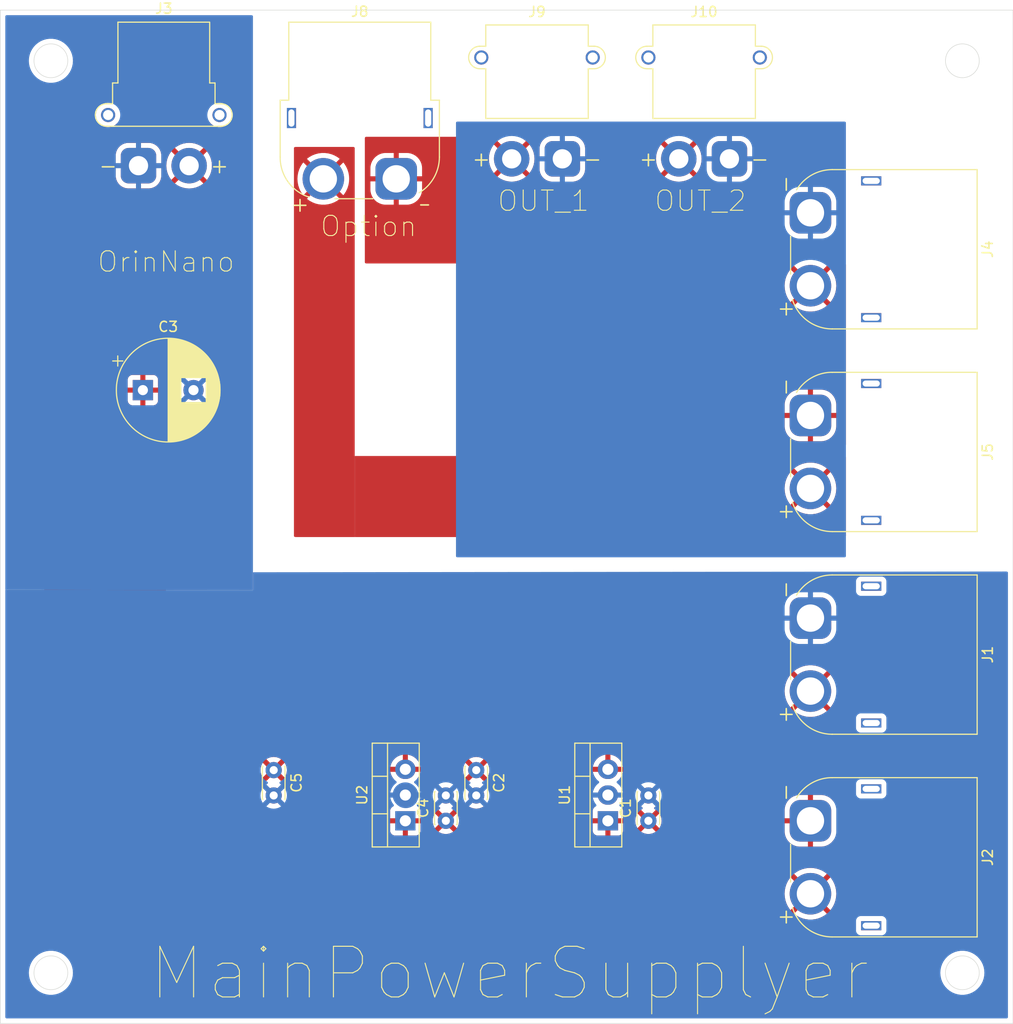
<source format=kicad_pcb>
(kicad_pcb (version 20240108) (generator "pcbnew") (generator_version "8.0")
  (layers (0 "F.Cu" signal) (31 "B.Cu" signal) (34 "B.Paste" user) (35 "F.Paste" user) (36 "B.SilkS" user "B.Silkscreen") (37 "F.SilkS" user "F.Silkscreen") (38 "B.Mask" user) (39 "F.Mask" user) (44 "Edge.Cuts" user))
  (net 0 "")
  (net 1 "GND")
  (net 2 "16V")
  (net 3 "12V")
  (net 4 "orin_batt_connect")
  (net 5 "orin in")
  (net 6 "OrinGND")
  (net 7 "motor_batt_connect")
  (net 8 "motor_high")
  (footprint "Connector_AMASS:AMASS_XT60PW-M_1x02_P7.20mm_Horizontal" (layer "F.Cu") (at 180 70 -90)
    (property "Reference" "J4" (at 3.6 -17.5 90) (layer "F.SilkS"))
    (property "Value" "BATT_3")
    (fp_line (start 2.31 1.96) (end 6.05 1.96) (stroke (width 0.12)) (layer "F.SilkS"))
    (fp_line (start -4.26 -16.46) (end -4.26 -2.15) (stroke (width 0.12)) (layer "F.SilkS"))
    (fp_line (start -4.26 -16.46) (end 11.46 -16.46) (stroke (width 0.12)) (layer "F.SilkS"))
    (fp_line (start 11.46 -16.46) (end 11.46 -2.15) (stroke (width 0.12)) (layer "F.SilkS"))
    (fp_arc (start -2.266806 1.372958) (mid -3.727162 -0.126139) (end -4.26 -2.15) (stroke (width 0.12)) (layer "F.SilkS"))
    (fp_arc (start 11.46 -2.15) (mid 10.653852 0.294722) (end 8.551648 1.780413) (stroke (width 0.12)) (layer "F.SilkS"))
    (fp_text user "+" (at 9.5 2.5 90) (layer "F.SilkS") (effects (font (size 1.5 1.5))))
    (fp_text user "-" (at -2.8 2.5 90) (layer "F.SilkS") (effects (font (size 1.5 1.5))))
    (pad "" thru_hole rect (at -3.15 -6 270) (size 0.9 2) (drill oval 0.6 1.7) (layers "*.Cu" "*.Mask"))
    (pad "" thru_hole rect (at 10.35 -6 270) (size 0.9 2) (drill oval 0.6 1.7) (layers "*.Cu" "*.Mask"))
    (pad "1" thru_hole roundrect (at 0 0 270) (size 4.1 4.1) (drill 2.7) (layers "*.Cu" "*.Mask") (net 1 "GND"))
    (pad "2" thru_hole circle (at 7.2 0 270) (size 4.1 4.1) (drill 2.7) (layers "*.Cu" "*.Mask") (net 7 "motor_batt_connect"))
  )
  (footprint "Connector_AMASS:AMASS_XT30PW-M_1x02_P2.50mm_Horizontal" (layer "F.Cu") (at 172 64.675)
    (property "Reference" "J10" (at -2.5 -14.5 0) (layer "F.SilkS"))
    (property "Value" "OUT_2")
    (fp_line (start -8.15 -11.11) (end -7.56 -11.11) (stroke (width 0.12)) (layer "F.SilkS"))
    (fp_line (start -8.15 -8.89) (end -7.56 -8.89) (stroke (width 0.12)) (layer "F.SilkS"))
    (fp_line (start -7.56 -13.21) (end -7.56 -11.11) (stroke (width 0.12)) (layer "F.SilkS"))
    (fp_line (start -7.56 -13.21) (end 2.56 -13.21) (stroke (width 0.12)) (layer "F.SilkS"))
    (fp_line (start -7.56 -8.89) (end -7.56 -3.99) (stroke (width 0.12)) (layer "F.SilkS"))
    (fp_line (start -7.56 -3.99) (end 2.56 -3.99) (stroke (width 0.12)) (layer "F.SilkS"))
    (fp_line (start 2.56 -13.21) (end 2.56 -11.11) (stroke (width 0.12)) (layer "F.SilkS"))
    (fp_line (start 2.56 -11.11) (end 3.15 -11.11) (stroke (width 0.12)) (layer "F.SilkS"))
    (fp_line (start 2.56 -8.89) (end 2.56 -3.99) (stroke (width 0.12)) (layer "F.SilkS"))
    (fp_line (start 2.56 -8.89) (end 3.15 -8.89) (stroke (width 0.12)) (layer "F.SilkS"))
    (fp_arc (start -8.15 -8.89) (mid -9.26 -10) (end -8.15 -11.11) (stroke (width 0.12)) (layer "F.SilkS"))
    (fp_arc (start 3.15 -11.11) (mid 4.26 -10) (end 3.15 -8.89) (stroke (width 0.12)) (layer "F.SilkS"))
    (fp_text user "+" (at -8 0 0) (layer "F.SilkS") (effects (font (size 1.5 1.5))))
    (fp_text user "-" (at 3 0 0) (layer "F.SilkS") (effects (font (size 1.5 1.5))))
    (pad "" thru_hole circle (at -8 -10) (size 1.4 1.4) (drill 1) (layers "*.Cu" "*.Mask"))
    (pad "" thru_hole circle (at 3 -10) (size 1.4 1.4) (drill 1) (layers "*.Cu" "*.Mask"))
    (pad "1" thru_hole roundrect (at 0 0) (size 3.5 3.5) (drill 1.9) (layers "*.Cu" "*.Mask") (roundrect_rratio 0.22) (net 1 "GND"))
    (pad "2" thru_hole circle (at -5 0) (size 3.5 3.5) (drill 1.9) (layers "*.Cu" "*.Mask") (net 8 "motor_high"))
  )
  (footprint "Connector_AMASS:AMASS_XT60PW-M_1x02_P7.20mm_Horizontal" (layer "F.Cu") (at 180 110 -90)
    (property "Reference" "J1" (at 3.6 -17.5 90) (layer "F.SilkS"))
    (property "Value" "BATT_1")
    (fp_line (start 2.31 1.96) (end 6.05 1.96) (stroke (width 0.12)) (layer "F.SilkS"))
    (fp_line (start -4.26 -16.46) (end -4.26 -2.15) (stroke (width 0.12)) (layer "F.SilkS"))
    (fp_line (start -4.26 -16.46) (end 11.46 -16.46) (stroke (width 0.12)) (layer "F.SilkS"))
    (fp_line (start 11.46 -16.46) (end 11.46 -2.15) (stroke (width 0.12)) (layer "F.SilkS"))
    (fp_arc (start -2.266806 1.372958) (mid -3.727162 -0.126139) (end -4.26 -2.15) (stroke (width 0.12)) (layer "F.SilkS"))
    (fp_arc (start 11.46 -2.15) (mid 10.653852 0.294722) (end 8.551648 1.780413) (stroke (width 0.12)) (layer "F.SilkS"))
    (fp_text user "-" (at -2.8 2.5 90) (layer "F.SilkS") (effects (font (size 1.5 1.5))))
    (fp_text user "+" (at 9.5 2.5 90) (layer "F.SilkS") (effects (font (size 1.5 1.5))))
    (pad "" thru_hole rect (at -3.15 -6 270) (size 0.9 2) (drill oval 0.6 1.7) (layers "*.Cu" "*.Mask"))
    (pad "" thru_hole rect (at 10.35 -6 270) (size 0.9 2) (drill oval 0.6 1.7) (layers "*.Cu" "*.Mask"))
    (pad "1" thru_hole roundrect (at 0 0 270) (size 4.1 4.1) (drill 2.7) (layers "*.Cu" "*.Mask") (net 6 "OrinGND"))
    (pad "2" thru_hole circle (at 7.2 0 270) (size 4.1 4.1) (drill 2.7) (layers "*.Cu" "*.Mask") (net 4 "orin_batt_connect"))
  )
  (footprint "Capacitor_THT:CP_Radial_D10.0mm_P5.00mm" (layer "F.Cu") (at 114.082323 87.5)
    (property "Reference" "C3" (at 2.5 -6.25 0) (layer "F.SilkS"))
    (property "Value" "1000uF25V")
    (fp_line (start -2.979646 -2.875) (end -1.979646 -2.875) (stroke (width 0.12)) (layer "F.SilkS"))
    (fp_line (start -2.479646 -3.375) (end -2.479646 -2.375) (stroke (width 0.12)) (layer "F.SilkS"))
    (fp_line (start 2.5 -5.08) (end 2.5 5.08) (stroke (width 0.12)) (layer "F.SilkS"))
    (fp_line (start 2.54 -5.08) (end 2.54 5.08) (stroke (width 0.12)) (layer "F.SilkS"))
    (fp_line (start 2.58 -5.08) (end 2.58 5.08) (stroke (width 0.12)) (layer "F.SilkS"))
    (fp_line (start 2.62 -5.079) (end 2.62 5.079) (stroke (width 0.12)) (layer "F.SilkS"))
    (fp_line (start 2.66 -5.078) (end 2.66 5.078) (stroke (width 0.12)) (layer "F.SilkS"))
    (fp_line (start 2.7 -5.077) (end 2.7 5.077) (stroke (width 0.12)) (layer "F.SilkS"))
    (fp_line (start 2.74 -5.075) (end 2.74 5.075) (stroke (width 0.12)) (layer "F.SilkS"))
    (fp_line (start 2.78 -5.073) (end 2.78 5.073) (stroke (width 0.12)) (layer "F.SilkS"))
    (fp_line (start 2.82 -5.07) (end 2.82 5.07) (stroke (width 0.12)) (layer "F.SilkS"))
    (fp_line (start 2.86 -5.068) (end 2.86 5.068) (stroke (width 0.12)) (layer "F.SilkS"))
    (fp_line (start 2.9 -5.065) (end 2.9 5.065) (stroke (width 0.12)) (layer "F.SilkS"))
    (fp_line (start 2.94 -5.062) (end 2.94 5.062) (stroke (width 0.12)) (layer "F.SilkS"))
    (fp_line (start 2.98 -5.058) (end 2.98 5.058) (stroke (width 0.12)) (layer "F.SilkS"))
    (fp_line (start 3.02 -5.054) (end 3.02 5.054) (stroke (width 0.12)) (layer "F.SilkS"))
    (fp_line (start 3.06 -5.05) (end 3.06 5.05) (stroke (width 0.12)) (layer "F.SilkS"))
    (fp_line (start 3.1 -5.045) (end 3.1 5.045) (stroke (width 0.12)) (layer "F.SilkS"))
    (fp_line (start 3.14 -5.04) (end 3.14 5.04) (stroke (width 0.12)) (layer "F.SilkS"))
    (fp_line (start 3.18 -5.035) (end 3.18 5.035) (stroke (width 0.12)) (layer "F.SilkS"))
    (fp_line (start 3.221 -5.03) (end 3.221 5.03) (stroke (width 0.12)) (layer "F.SilkS"))
    (fp_line (start 3.261 -5.024) (end 3.261 5.024) (stroke (width 0.12)) (layer "F.SilkS"))
    (fp_line (start 3.301 -5.018) (end 3.301 5.018) (stroke (width 0.12)) (layer "F.SilkS"))
    (fp_line (start 3.341 -5.011) (end 3.341 5.011) (stroke (width 0.12)) (layer "F.SilkS"))
    (fp_line (start 3.381 -5.004) (end 3.381 5.004) (stroke (width 0.12)) (layer "F.SilkS"))
    (fp_line (start 3.421 -4.997) (end 3.421 4.997) (stroke (width 0.12)) (layer "F.SilkS"))
    (fp_line (start 3.461 -4.99) (end 3.461 4.99) (stroke (width 0.12)) (layer "F.SilkS"))
    (fp_line (start 3.501 -4.982) (end 3.501 4.982) (stroke (width 0.12)) (layer "F.SilkS"))
    (fp_line (start 3.541 -4.974) (end 3.541 4.974) (stroke (width 0.12)) (layer "F.SilkS"))
    (fp_line (start 3.581 -4.965) (end 3.581 4.965) (stroke (width 0.12)) (layer "F.SilkS"))
    (fp_line (start 3.621 -4.956) (end 3.621 4.956) (stroke (width 0.12)) (layer "F.SilkS"))
    (fp_line (start 3.661 -4.947) (end 3.661 4.947) (stroke (width 0.12)) (layer "F.SilkS"))
    (fp_line (start 3.701 -4.938) (end 3.701 4.938) (stroke (width 0.12)) (layer "F.SilkS"))
    (fp_line (start 3.741 -4.928) (end 3.741 4.928) (stroke (width 0.12)) (layer "F.SilkS"))
    (fp_line (start 3.781 -4.918) (end 3.781 -1.241) (stroke (width 0.12)) (layer "F.SilkS"))
    (fp_line (start 3.781 1.241) (end 3.781 4.918) (stroke (width 0.12)) (layer "F.SilkS"))
    (fp_line (start 3.821 -4.907) (end 3.821 -1.241) (stroke (width 0.12)) (layer "F.SilkS"))
    (fp_line (start 3.821 1.241) (end 3.821 4.907) (stroke (width 0.12)) (layer "F.SilkS"))
    (fp_line (start 3.861 -4.897) (end 3.861 -1.241) (stroke (width 0.12)) (layer "F.SilkS"))
    (fp_line (start 3.861 1.241) (end 3.861 4.897) (stroke (width 0.12)) (layer "F.SilkS"))
    (fp_line (start 3.901 -4.885) (end 3.901 -1.241) (stroke (width 0.12)) (layer "F.SilkS"))
    (fp_line (start 3.901 1.241) (end 3.901 4.885) (stroke (width 0.12)) (layer "F.SilkS"))
    (fp_line (start 3.941 -4.874) (end 3.941 -1.241) (stroke (width 0.12)) (layer "F.SilkS"))
    (fp_line (start 3.941 1.241) (end 3.941 4.874) (stroke (width 0.12)) (layer "F.SilkS"))
    (fp_line (start 3.981 -4.862) (end 3.981 -1.241) (stroke (width 0.12)) (layer "F.SilkS"))
    (fp_line (start 3.981 1.241) (end 3.981 4.862) (stroke (width 0.12)) (layer "F.SilkS"))
    (fp_line (start 4.021 -4.85) (end 4.021 -1.241) (stroke (width 0.12)) (layer "F.SilkS"))
    (fp_line (start 4.021 1.241) (end 4.021 4.85) (stroke (width 0.12)) (layer "F.SilkS"))
    (fp_line (start 4.061 -4.837) (end 4.061 -1.241) (stroke (width 0.12)) (layer "F.SilkS"))
    (fp_line (start 4.061 1.241) (end 4.061 4.837) (stroke (width 0.12)) (layer "F.SilkS"))
    (fp_line (start 4.101 -4.824) (end 4.101 -1.241) (stroke (width 0.12)) (layer "F.SilkS"))
    (fp_line (start 4.101 1.241) (end 4.101 4.824) (stroke (width 0.12)) (layer "F.SilkS"))
    (fp_line (start 4.141 -4.811) (end 4.141 -1.241) (stroke (width 0.12)) (layer "F.SilkS"))
    (fp_line (start 4.141 1.241) (end 4.141 4.811) (stroke (width 0.12)) (layer "F.SilkS"))
    (fp_line (start 4.181 -4.797) (end 4.181 -1.241) (stroke (width 0.12)) (layer "F.SilkS"))
    (fp_line (start 4.181 1.241) (end 4.181 4.797) (stroke (width 0.12)) (layer "F.SilkS"))
    (fp_line (start 4.221 -4.783) (end 4.221 -1.241) (stroke (width 0.12)) (layer "F.SilkS"))
    (fp_line (start 4.221 1.241) (end 4.221 4.783) (stroke (width 0.12)) (layer "F.SilkS"))
    (fp_line (start 4.261 -4.768) (end 4.261 -1.241) (stroke (width 0.12)) (layer "F.SilkS"))
    (fp_line (start 4.261 1.241) (end 4.261 4.768) (stroke (width 0.12)) (layer "F.SilkS"))
    (fp_line (start 4.301 -4.754) (end 4.301 -1.241) (stroke (width 0.12)) (layer "F.SilkS"))
    (fp_line (start 4.301 1.241) (end 4.301 4.754) (stroke (width 0.12)) (layer "F.SilkS"))
    (fp_line (start 4.341 -4.738) (end 4.341 -1.241) (stroke (width 0.12)) (layer "F.SilkS"))
    (fp_line (start 4.341 1.241) (end 4.341 4.738) (stroke (width 0.12)) (layer "F.SilkS"))
    (fp_line (start 4.381 -4.723) (end 4.381 -1.241) (stroke (width 0.12)) (layer "F.SilkS"))
    (fp_line (start 4.381 1.241) (end 4.381 4.723) (stroke (width 0.12)) (layer "F.SilkS"))
    (fp_line (start 4.421 -4.707) (end 4.421 -1.241) (stroke (width 0.12)) (layer "F.SilkS"))
    (fp_line (start 4.421 1.241) (end 4.421 4.707) (stroke (width 0.12)) (layer "F.SilkS"))
    (fp_line (start 4.461 -4.69) (end 4.461 -1.241) (stroke (width 0.12)) (layer "F.SilkS"))
    (fp_line (start 4.461 1.241) (end 4.461 4.69) (stroke (width 0.12)) (layer "F.SilkS"))
    (fp_line (start 4.501 -4.674) (end 4.501 -1.241) (stroke (width 0.12)) (layer "F.SilkS"))
    (fp_line (start 4.501 1.241) (end 4.501 4.674) (stroke (width 0.12)) (layer "F.SilkS"))
    (fp_line (start 4.541 -4.657) (end 4.541 -1.241) (stroke (width 0.12)) (layer "F.SilkS"))
    (fp_line (start 4.541 1.241) (end 4.541 4.657) (stroke (width 0.12)) (layer "F.SilkS"))
    (fp_line (start 4.581 -4.639) (end 4.581 -1.241) (stroke (width 0.12)) (layer "F.SilkS"))
    (fp_line (start 4.581 1.241) (end 4.581 4.639) (stroke (width 0.12)) (layer "F.SilkS"))
    (fp_line (start 4.621 -4.621) (end 4.621 -1.241) (stroke (width 0.12)) (layer "F.SilkS"))
    (fp_line (start 4.621 1.241) (end 4.621 4.621) (stroke (width 0.12)) (layer "F.SilkS"))
    (fp_line (start 4.661 -4.603) (end 4.661 -1.241) (stroke (width 0.12)) (layer "F.SilkS"))
    (fp_line (start 4.661 1.241) (end 4.661 4.603) (stroke (width 0.12)) (layer "F.SilkS"))
    (fp_line (start 4.701 -4.584) (end 4.701 -1.241) (stroke (width 0.12)) (layer "F.SilkS"))
    (fp_line (start 4.701 1.241) (end 4.701 4.584) (stroke (width 0.12)) (layer "F.SilkS"))
    (fp_line (start 4.741 -4.564) (end 4.741 -1.241) (stroke (width 0.12)) (layer "F.SilkS"))
    (fp_line (start 4.741 1.241) (end 4.741 4.564) (stroke (width 0.12)) (layer "F.SilkS"))
    (fp_line (start 4.781 -4.545) (end 4.781 -1.241) (stroke (width 0.12)) (layer "F.SilkS"))
    (fp_line (start 4.781 1.241) (end 4.781 4.545) (stroke (width 0.12)) (layer "F.SilkS"))
    (fp_line (start 4.821 -4.525) (end 4.821 -1.241) (stroke (width 0.12)) (layer "F.SilkS"))
    (fp_line (start 4.821 1.241) (end 4.821 4.525) (stroke (width 0.12)) (layer "F.SilkS"))
    (fp_line (start 4.861 -4.504) (end 4.861 -1.241) (stroke (width 0.12)) (layer "F.SilkS"))
    (fp_line (start 4.861 1.241) (end 4.861 4.504) (stroke (width 0.12)) (layer "F.SilkS"))
    (fp_line (start 4.901 -4.483) (end 4.901 -1.241) (stroke (width 0.12)) (layer "F.SilkS"))
    (fp_line (start 4.901 1.241) (end 4.901 4.483) (stroke (width 0.12)) (layer "F.SilkS"))
    (fp_line (start 4.941 -4.462) (end 4.941 -1.241) (stroke (width 0.12)) (layer "F.SilkS"))
    (fp_line (start 4.941 1.241) (end 4.941 4.462) (stroke (width 0.12)) (layer "F.SilkS"))
    (fp_line (start 4.981 -4.44) (end 4.981 -1.241) (stroke (width 0.12)) (layer "F.SilkS"))
    (fp_line (start 4.981 1.241) (end 4.981 4.44) (stroke (width 0.12)) (layer "F.SilkS"))
    (fp_line (start 5.021 -4.417) (end 5.021 -1.241) (stroke (width 0.12)) (layer "F.SilkS"))
    (fp_line (start 5.021 1.241) (end 5.021 4.417) (stroke (width 0.12)) (layer "F.SilkS"))
    (fp_line (start 5.061 -4.395) (end 5.061 -1.241) (stroke (width 0.12)) (layer "F.SilkS"))
    (fp_line (start 5.061 1.241) (end 5.061 4.395) (stroke (width 0.12)) (layer "F.SilkS"))
    (fp_line (start 5.101 -4.371) (end 5.101 -1.241) (stroke (width 0.12)) (layer "F.SilkS"))
    (fp_line (start 5.101 1.241) (end 5.101 4.371) (stroke (width 0.12)) (layer "F.SilkS"))
    (fp_line (start 5.141 -4.347) (end 5.141 -1.241) (stroke (width 0.12)) (layer "F.SilkS"))
    (fp_line (start 5.141 1.241) (end 5.141 4.347) (stroke (width 0.12)) (layer "F.SilkS"))
    (fp_line (start 5.181 -4.323) (end 5.181 -1.241) (stroke (width 0.12)) (layer "F.SilkS"))
    (fp_line (start 5.181 1.241) (end 5.181 4.323) (stroke (width 0.12)) (layer "F.SilkS"))
    (fp_line (start 5.221 -4.298) (end 5.221 -1.241) (stroke (width 0.12)) (layer "F.SilkS"))
    (fp_line (start 5.221 1.241) (end 5.221 4.298) (stroke (width 0.12)) (layer "F.SilkS"))
    (fp_line (start 5.261 -4.273) (end 5.261 -1.241) (stroke (width 0.12)) (layer "F.SilkS"))
    (fp_line (start 5.261 1.241) (end 5.261 4.273) (stroke (width 0.12)) (layer "F.SilkS"))
    (fp_line (start 5.301 -4.247) (end 5.301 -1.241) (stroke (width 0.12)) (layer "F.SilkS"))
    (fp_line (start 5.301 1.241) (end 5.301 4.247) (stroke (width 0.12)) (layer "F.SilkS"))
    (fp_line (start 5.341 -4.221) (end 5.341 -1.241) (stroke (width 0.12)) (layer "F.SilkS"))
    (fp_line (start 5.341 1.241) (end 5.341 4.221) (stroke (width 0.12)) (layer "F.SilkS"))
    (fp_line (start 5.381 -4.194) (end 5.381 -1.241) (stroke (width 0.12)) (layer "F.SilkS"))
    (fp_line (start 5.381 1.241) (end 5.381 4.194) (stroke (width 0.12)) (layer "F.SilkS"))
    (fp_line (start 5.421 -4.166) (end 5.421 -1.241) (stroke (width 0.12)) (layer "F.SilkS"))
    (fp_line (start 5.421 1.241) (end 5.421 4.166) (stroke (width 0.12)) (layer "F.SilkS"))
    (fp_line (start 5.461 -4.138) (end 5.461 -1.241) (stroke (width 0.12)) (layer "F.SilkS"))
    (fp_line (start 5.461 1.241) (end 5.461 4.138) (stroke (width 0.12)) (layer "F.SilkS"))
    (fp_line (start 5.501 -4.11) (end 5.501 -1.241) (stroke (width 0.12)) (layer "F.SilkS"))
    (fp_line (start 5.501 1.241) (end 5.501 4.11) (stroke (width 0.12)) (layer "F.SilkS"))
    (fp_line (start 5.541 -4.08) (end 5.541 -1.241) (stroke (width 0.12)) (layer "F.SilkS"))
    (fp_line (start 5.541 1.241) (end 5.541 4.08) (stroke (width 0.12)) (layer "F.SilkS"))
    (fp_line (start 5.581 -4.05) (end 5.581 -1.241) (stroke (width 0.12)) (layer "F.SilkS"))
    (fp_line (start 5.581 1.241) (end 5.581 4.05) (stroke (width 0.12)) (layer "F.SilkS"))
    (fp_line (start 5.621 -4.02) (end 5.621 -1.241) (stroke (width 0.12)) (layer "F.SilkS"))
    (fp_line (start 5.621 1.241) (end 5.621 4.02) (stroke (width 0.12)) (layer "F.SilkS"))
    (fp_line (start 5.661 -3.989) (end 5.661 -1.241) (stroke (width 0.12)) (layer "F.SilkS"))
    (fp_line (start 5.661 1.241) (end 5.661 3.989) (stroke (width 0.12)) (layer "F.SilkS"))
    (fp_line (start 5.701 -3.957) (end 5.701 -1.241) (stroke (width 0.12)) (layer "F.SilkS"))
    (fp_line (start 5.701 1.241) (end 5.701 3.957) (stroke (width 0.12)) (layer "F.SilkS"))
    (fp_line (start 5.741 -3.925) (end 5.741 -1.241) (stroke (width 0.12)) (layer "F.SilkS"))
    (fp_line (start 5.741 1.241) (end 5.741 3.925) (stroke (width 0.12)) (layer "F.SilkS"))
    (fp_line (start 5.781 -3.892) (end 5.781 -1.241) (stroke (width 0.12)) (layer "F.SilkS"))
    (fp_line (start 5.781 1.241) (end 5.781 3.892) (stroke (width 0.12)) (layer "F.SilkS"))
    (fp_line (start 5.821 -3.858) (end 5.821 -1.241) (stroke (width 0.12)) (layer "F.SilkS"))
    (fp_line (start 5.821 1.241) (end 5.821 3.858) (stroke (width 0.12)) (layer "F.SilkS"))
    (fp_line (start 5.861 -3.824) (end 5.861 -1.241) (stroke (width 0.12)) (layer "F.SilkS"))
    (fp_line (start 5.861 1.241) (end 5.861 3.824) (stroke (width 0.12)) (layer "F.SilkS"))
    (fp_line (start 5.901 -3.789) (end 5.901 -1.241) (stroke (width 0.12)) (layer "F.SilkS"))
    (fp_line (start 5.901 1.241) (end 5.901 3.789) (stroke (width 0.12)) (layer "F.SilkS"))
    (fp_line (start 5.941 -3.753) (end 5.941 -1.241) (stroke (width 0.12)) (layer "F.SilkS"))
    (fp_line (start 5.941 1.241) (end 5.941 3.753) (stroke (width 0.12)) (layer "F.SilkS"))
    (fp_line (start 5.981 -3.716) (end 5.981 -1.241) (stroke (width 0.12)) (layer "F.SilkS"))
    (fp_line (start 5.981 1.241) (end 5.981 3.716) (stroke (width 0.12)) (layer "F.SilkS"))
    (fp_line (start 6.021 -3.679) (end 6.021 -1.241) (stroke (width 0.12)) (layer "F.SilkS"))
    (fp_line (start 6.021 1.241) (end 6.021 3.679) (stroke (width 0.12)) (layer "F.SilkS"))
    (fp_line (start 6.061 -3.64) (end 6.061 -1.241) (stroke (width 0.12)) (layer "F.SilkS"))
    (fp_line (start 6.061 1.241) (end 6.061 3.64) (stroke (width 0.12)) (layer "F.SilkS"))
    (fp_line (start 6.101 -3.601) (end 6.101 -1.241) (stroke (width 0.12)) (layer "F.SilkS"))
    (fp_line (start 6.101 1.241) (end 6.101 3.601) (stroke (width 0.12)) (layer "F.SilkS"))
    (fp_line (start 6.141 -3.561) (end 6.141 -1.241) (stroke (width 0.12)) (layer "F.SilkS"))
    (fp_line (start 6.141 1.241) (end 6.141 3.561) (stroke (width 0.12)) (layer "F.SilkS"))
    (fp_line (start 6.181 -3.52) (end 6.181 -1.241) (stroke (width 0.12)) (layer "F.SilkS"))
    (fp_line (start 6.181 1.241) (end 6.181 3.52) (stroke (width 0.12)) (layer "F.SilkS"))
    (fp_line (start 6.221 -3.478) (end 6.221 -1.241) (stroke (width 0.12)) (layer "F.SilkS"))
    (fp_line (start 6.221 1.241) (end 6.221 3.478) (stroke (width 0.12)) (layer "F.SilkS"))
    (fp_line (start 6.261 -3.436) (end 6.261 3.436) (stroke (width 0.12)) (layer "F.SilkS"))
    (fp_line (start 6.301 -3.392) (end 6.301 3.392) (stroke (width 0.12)) (layer "F.SilkS"))
    (fp_line (start 6.341 -3.347) (end 6.341 3.347) (stroke (width 0.12)) (layer "F.SilkS"))
    (fp_line (start 6.381 -3.301) (end 6.381 3.301) (stroke (width 0.12)) (layer "F.SilkS"))
    (fp_line (start 6.421 -3.254) (end 6.421 3.254) (stroke (width 0.12)) (layer "F.SilkS"))
    (fp_line (start 6.461 -3.206) (end 6.461 3.206) (stroke (width 0.12)) (layer "F.SilkS"))
    (fp_line (start 6.501 -3.156) (end 6.501 3.156) (stroke (width 0.12)) (layer "F.SilkS"))
    (fp_line (start 6.541 -3.106) (end 6.541 3.106) (stroke (width 0.12)) (layer "F.SilkS"))
    (fp_line (start 6.581 -3.054) (end 6.581 3.054) (stroke (width 0.12)) (layer "F.SilkS"))
    (fp_line (start 6.621 -3) (end 6.621 3) (stroke (width 0.12)) (layer "F.SilkS"))
    (fp_line (start 6.661 -2.945) (end 6.661 2.945) (stroke (width 0.12)) (layer "F.SilkS"))
    (fp_line (start 6.701 -2.889) (end 6.701 2.889) (stroke (width 0.12)) (layer "F.SilkS"))
    (fp_line (start 6.741 -2.83) (end 6.741 2.83) (stroke (width 0.12)) (layer "F.SilkS"))
    (fp_line (start 6.781 -2.77) (end 6.781 2.77) (stroke (width 0.12)) (layer "F.SilkS"))
    (fp_line (start 6.821 -2.709) (end 6.821 2.709) (stroke (width 0.12)) (layer "F.SilkS"))
    (fp_line (start 6.861 -2.645) (end 6.861 2.645) (stroke (width 0.12)) (layer "F.SilkS"))
    (fp_line (start 6.901 -2.579) (end 6.901 2.579) (stroke (width 0.12)) (layer "F.SilkS"))
    (fp_line (start 6.941 -2.51) (end 6.941 2.51) (stroke (width 0.12)) (layer "F.SilkS"))
    (fp_line (start 6.981 -2.439) (end 6.981 2.439) (stroke (width 0.12)) (layer "F.SilkS"))
    (fp_line (start 7.021 -2.365) (end 7.021 2.365) (stroke (width 0.12)) (layer "F.SilkS"))
    (fp_line (start 7.061 -2.289) (end 7.061 2.289) (stroke (width 0.12)) (layer "F.SilkS"))
    (fp_line (start 7.101 -2.209) (end 7.101 2.209) (stroke (width 0.12)) (layer "F.SilkS"))
    (fp_line (start 7.141 -2.125) (end 7.141 2.125) (stroke (width 0.12)) (layer "F.SilkS"))
    (fp_line (start 7.181 -2.037) (end 7.181 2.037) (stroke (width 0.12)) (layer "F.SilkS"))
    (fp_line (start 7.221 -1.944) (end 7.221 1.944) (stroke (width 0.12)) (layer "F.SilkS"))
    (fp_line (start 7.261 -1.846) (end 7.261 1.846) (stroke (width 0.12)) (layer "F.SilkS"))
    (fp_line (start 7.301 -1.742) (end 7.301 1.742) (stroke (width 0.12)) (layer "F.SilkS"))
    (fp_line (start 7.341 -1.63) (end 7.341 1.63) (stroke (width 0.12)) (layer "F.SilkS"))
    (fp_line (start 7.381 -1.51) (end 7.381 1.51) (stroke (width 0.12)) (layer "F.SilkS"))
    (fp_line (start 7.421 -1.378) (end 7.421 1.378) (stroke (width 0.12)) (layer "F.SilkS"))
    (fp_line (start 7.461 -1.23) (end 7.461 1.23) (stroke (width 0.12)) (layer "F.SilkS"))
    (fp_line (start 7.501 -1.062) (end 7.501 1.062) (stroke (width 0.12)) (layer "F.SilkS"))
    (fp_line (start 7.541 -0.862) (end 7.541 0.862) (stroke (width 0.12)) (layer "F.SilkS"))
    (fp_line (start 7.581 -0.599) (end 7.581 0.599) (stroke (width 0.12)) (layer "F.SilkS"))
    (fp_circle (center 2.5 0) (end 7.62 0) (stroke (width 0.12)) (fill none) (layer "F.SilkS"))
    (pad "1" thru_hole rect (at 0 0) (size 2 2) (drill 1) (layers "*.Cu" "*.Mask") (net 3 "12V"))
    (pad "2" thru_hole circle (at 5 0) (size 2 2) (drill 1) (layers "*.Cu" "*.Mask") (net 6 "OrinGND"))
  )
  (footprint "Connector_AMASS:AMASS_XT60PW-F_1x02_P7.20mm_Horizontal" (layer "F.Cu") (at 139.1 66.65)
    (property "Reference" "J8" (at -3.6 -16.5 0) (layer "F.SilkS"))
    (property "Value" "Emergency")
    (fp_line (start -11.46 -7.76) (end -11.46 -2.15) (stroke (width 0.12)) (layer "F.SilkS"))
    (fp_line (start -11.46 -7.76) (end -10.61 -7.76) (stroke (width 0.12)) (layer "F.SilkS"))
    (fp_line (start -10.61 -15.46) (end -10.61 -7.76) (stroke (width 0.12)) (layer "F.SilkS"))
    (fp_line (start -10.61 -15.46) (end 3.41 -15.46) (stroke (width 0.12)) (layer "F.SilkS"))
    (fp_line (start -6.05 1.96) (end -2.31 1.96) (stroke (width 0.12)) (layer "F.SilkS"))
    (fp_line (start 3.41 -15.46) (end 3.41 -7.76) (stroke (width 0.12)) (layer "F.SilkS"))
    (fp_line (start 3.41 -7.76) (end 4.26 -7.76) (stroke (width 0.12)) (layer "F.SilkS"))
    (fp_line (start 4.26 -7.76) (end 4.26 -2.15) (stroke (width 0.12)) (layer "F.SilkS"))
    (fp_arc (start -8.5899 1.808718) (mid -10.677645 0.302568) (end -11.46 -2.15) (stroke (width 0.12)) (layer "F.SilkS"))
    (fp_arc (start 4.26 -2.15) (mid 3.727162 -0.126139) (end 2.266806 1.372958) (stroke (width 0.12)) (layer "F.SilkS"))
    (fp_text user "+" (at -9.5 2.5 0) (layer "F.SilkS") (effects (font (size 1.5 1.5))))
    (fp_text user "-" (at 2.8 2.5 0) (layer "F.SilkS"))
    (pad "" thru_hole rect (at -10.35 -6) (size 0.9 2) (drill oval 0.6 1.7) (layers "*.Cu" "*.Mask"))
    (pad "" thru_hole rect (at 3.15 -6) (size 0.9 2) (drill oval 0.6 1.7) (layers "*.Cu" "*.Mask"))
    (pad "1" thru_hole roundrect (at 0 0) (size 4.1 4.1) (drill 2.7) (layers "*.Cu" "*.Mask") (net 8 "motor_high"))
    (pad "2" thru_hole circle (at -7.2 0) (size 4.1 4.1) (drill 2.7) (layers "*.Cu" "*.Mask") (net 2 "16V"))
  )
  (footprint "Capacitor_THT:C_Disc_D3.0mm_W2.0mm_P2.50mm" (layer "F.Cu") (at 147 125 -90)
    (property "Reference" "C2" (at 1.25 -2.25 90) (layer "F.SilkS"))
    (property "Value" "0.1μF")
    (fp_line (start -0.37 1.12) (end 2.87 1.12) (stroke (width 0.12)) (layer "F.SilkS"))
    (fp_line (start -0.37 1.055) (end -0.37 1.12) (stroke (width 0.12)) (layer "F.SilkS"))
    (fp_line (start 2.87 1.055) (end 2.87 1.12) (stroke (width 0.12)) (layer "F.SilkS"))
    (fp_line (start -0.37 -1.12) (end -0.37 -1.055) (stroke (width 0.12)) (layer "F.SilkS"))
    (fp_line (start -0.37 -1.12) (end 2.87 -1.12) (stroke (width 0.12)) (layer "F.SilkS"))
    (fp_line (start 2.87 -1.12) (end 2.87 -1.055) (stroke (width 0.12)) (layer "F.SilkS"))
    (pad "1" thru_hole circle (at 0 0 270) (size 1.6 1.6) (drill 0.8) (layers "*.Cu" "*.Mask") (net 3 "12V"))
    (pad "2" thru_hole circle (at 2.5 0 270) (size 1.6 1.6) (drill 0.8) (layers "*.Cu" "*.Mask") (net 6 "OrinGND"))
  )
  (footprint "Connector_AMASS:AMASS_XT60PW-M_1x02_P7.20mm_Horizontal" (layer "F.Cu") (at 180 90 -90)
    (property "Reference" "J5" (at 3.6 -17.5 90) (layer "F.SilkS"))
    (property "Value" "BATT_4")
    (fp_line (start 2.31 1.96) (end 6.05 1.96) (stroke (width 0.12)) (layer "F.SilkS"))
    (fp_line (start -4.26 -16.46) (end -4.26 -2.15) (stroke (width 0.12)) (layer "F.SilkS"))
    (fp_line (start -4.26 -16.46) (end 11.46 -16.46) (stroke (width 0.12)) (layer "F.SilkS"))
    (fp_line (start 11.46 -16.46) (end 11.46 -2.15) (stroke (width 0.12)) (layer "F.SilkS"))
    (fp_arc (start -2.266806 1.372958) (mid -3.727162 -0.126139) (end -4.26 -2.15) (stroke (width 0.12)) (layer "F.SilkS"))
    (fp_arc (start 11.46 -2.15) (mid 10.653852 0.294722) (end 8.551648 1.780413) (stroke (width 0.12)) (layer "F.SilkS"))
    (fp_text user "-" (at -2.8 2.5 90) (layer "F.SilkS") (effects (font (size 1.5 1.5))))
    (fp_text user "+" (at 9.5 2.5 90) (layer "F.SilkS") (effects (font (size 1.5 1.5))))
    (pad "" thru_hole rect (at -3.15 -6 270) (size 0.9 2) (drill oval 0.6 1.7) (layers "*.Cu" "*.Mask"))
    (pad "" thru_hole rect (at 10.35 -6 270) (size 0.9 2) (drill oval 0.6 1.7) (layers "*.Cu" "*.Mask"))
    (pad "1" thru_hole roundrect (at 0 0 270) (size 4.1 4.1) (drill 2.7) (layers "*.Cu" "*.Mask") (net 7 "motor_batt_connect"))
    (pad "2" thru_hole circle (at 7.2 0 270) (size 4.1 4.1) (drill 2.7) (layers "*.Cu" "*.Mask") (net 2 "16V"))
  )
  (footprint "Connector_AMASS:AMASS_XT30PW-F_1x02_P2.50mm_Horizontal" (layer "F.Cu") (at 113.65 65.35)
    (property "Reference" "J3" (at 2.5 -15.5 0) (layer "F.SilkS"))
    (property "Value" "OUT")
    (fp_line (start -3.26 -6.11) (end -2.56 -6.11) (stroke (width 0.12)) (layer "F.SilkS"))
    (fp_line (start -3.26 -3.89) (end 8.26 -3.89) (stroke (width 0.12)) (layer "F.SilkS"))
    (fp_line (start -2.56 -8.16) (end -2.56 -6.11) (stroke (width 0.12)) (layer "F.SilkS"))
    (fp_line (start -2.56 -8.16) (end -2.03 -8.16) (stroke (width 0.12)) (layer "F.SilkS"))
    (fp_line (start -2.03 -14.16) (end -2.03 -8.16) (stroke (width 0.12)) (layer "F.SilkS"))
    (fp_line (start -2.03 -14.16) (end 7 -14.16) (stroke (width 0.12)) (layer "F.SilkS"))
    (fp_line (start 7.03 -14.16) (end 7.03 -8.16) (stroke (width 0.12)) (layer "F.SilkS"))
    (fp_line (start 7.03 -8.16) (end 7.56 -8.16) (stroke (width 0.12)) (layer "F.SilkS"))
    (fp_line (start 7.56 -8.16) (end 7.56 -6.11) (stroke (width 0.12)) (layer "F.SilkS"))
    (fp_line (start 7.56 -6.11) (end 8.26 -6.11) (stroke (width 0.12)) (layer "F.SilkS"))
    (fp_arc (start -3.321729 -3.903365) (mid -4.256653 -5.086124) (end -3.15 -6.11) (stroke (width 0.12)) (layer "F.SilkS"))
    (fp_arc (start 8.15 -6.11) (mid 9.26 -5) (end 8.15 -3.89) (stroke (width 0.12)) (layer "F.SilkS"))
    (fp_text user "-" (at -3 0 0) (layer "F.SilkS") (effects (font (size 1.5 1.5))))
    (fp_text user "+" (at 8 0 0) (layer "F.SilkS") (effects (font (size 1.5 1.5))))
    (pad "" thru_hole circle (at -3 -5 90) (size 1.4 1.4) (drill 1) (layers "*.Cu" "*.Mask"))
    (pad "" thru_hole circle (at 8 -5) (size 1.4 1.4) (drill 1) (layers "*.Cu" "*.Mask"))
    (pad "1" thru_hole roundrect (at 0 0) (size 3.5 3.5) (drill 1.9) (layers "*.Cu" "*.Mask") (roundrect_rratio 0.22) (net 6 "OrinGND"))
    (pad "2" thru_hole circle (at 5 0) (size 3.5 3.5) (drill 1.9) (layers "*.Cu" "*.Mask") (net 3 "12V"))
  )
  (footprint "Capacitor_THT:C_Disc_D3.0mm_W2.0mm_P2.50mm" (layer "F.Cu") (at 144 130 90)
    (property "Reference" "C4" (at 1.25 -2.25 90) (layer "F.SilkS"))
    (property "Value" "0.33μF")
    (fp_line (start 2.87 -1.12) (end 2.87 -1.055) (stroke (width 0.12)) (layer "F.SilkS"))
    (fp_line (start -0.37 -1.12) (end 2.87 -1.12) (stroke (width 0.12)) (layer "F.SilkS"))
    (fp_line (start -0.37 -1.12) (end -0.37 -1.055) (stroke (width 0.12)) (layer "F.SilkS"))
    (fp_line (start 2.87 1.055) (end 2.87 1.12) (stroke (width 0.12)) (layer "F.SilkS"))
    (fp_line (start -0.37 1.055) (end -0.37 1.12) (stroke (width 0.12)) (layer "F.SilkS"))
    (fp_line (start -0.37 1.12) (end 2.87 1.12) (stroke (width 0.12)) (layer "F.SilkS"))
    (pad "1" thru_hole circle (at 0 0 90) (size 1.6 1.6) (drill 0.8) (layers "*.Cu" "*.Mask") (net 5 "orin in"))
    (pad "2" thru_hole circle (at 2.5 0 90) (size 1.6 1.6) (drill 0.8) (layers "*.Cu" "*.Mask") (net 6 "OrinGND"))
  )
  (footprint "Capacitor_THT:C_Disc_D3.0mm_W2.0mm_P2.50mm" (layer "F.Cu") (at 164 130 90)
    (property "Reference" "C1" (at 1.25 -2.25 90) (layer "F.SilkS"))
    (property "Value" "0.33μF")
    (fp_line (start 2.87 -1.12) (end 2.87 -1.055) (stroke (width 0.12)) (layer "F.SilkS"))
    (fp_line (start -0.37 -1.12) (end 2.87 -1.12) (stroke (width 0.12)) (layer "F.SilkS"))
    (fp_line (start -0.37 -1.12) (end -0.37 -1.055) (stroke (width 0.12)) (layer "F.SilkS"))
    (fp_line (start 2.87 1.055) (end 2.87 1.12) (stroke (width 0.12)) (layer "F.SilkS"))
    (fp_line (start -0.37 1.055) (end -0.37 1.12) (stroke (width 0.12)) (layer "F.SilkS"))
    (fp_line (start -0.37 1.12) (end 2.87 1.12) (stroke (width 0.12)) (layer "F.SilkS"))
    (pad "1" thru_hole circle (at 0 0 90) (size 1.6 1.6) (drill 0.8) (layers "*.Cu" "*.Mask") (net 5 "orin in"))
    (pad "2" thru_hole circle (at 2.5 0 90) (size 1.6 1.6) (drill 0.8) (layers "*.Cu" "*.Mask") (net 6 "OrinGND"))
  )
  (footprint "Package_TO_SOT_THT:TO-220-3_Vertical" (layer "F.Cu") (at 160 130 90)
    (property "Reference" "U1" (at 2.54 -4.27 90) (layer "F.SilkS"))
    (property "Value" "LM7805_TO220")
    (fp_line (start 7.66 -3.27) (end 7.66 1.371) (stroke (width 0.12)) (layer "F.SilkS"))
    (fp_line (start 4.391 -3.27) (end 4.391 -1.76) (stroke (width 0.12)) (layer "F.SilkS"))
    (fp_line (start 0.69 -3.27) (end 0.69 -1.76) (stroke (width 0.12)) (layer "F.SilkS"))
    (fp_line (start -2.58 -3.27) (end 7.66 -3.27) (stroke (width 0.12)) (layer "F.SilkS"))
    (fp_line (start -2.58 -3.27) (end -2.58 1.371) (stroke (width 0.12)) (layer "F.SilkS"))
    (fp_line (start -2.58 -1.76) (end 7.66 -1.76) (stroke (width 0.12)) (layer "F.SilkS"))
    (fp_line (start -2.58 1.371) (end 7.66 1.371) (stroke (width 0.12)) (layer "F.SilkS"))
    (pad "1" thru_hole rect (at 0 0 90) (size 1.905 2) (drill 1.1) (layers "*.Cu" "*.Mask") (net 5 "orin in"))
    (pad "2" thru_hole oval (at 2.54 0 90) (size 1.905 2) (drill 1.1) (layers "*.Cu" "*.Mask") (net 6 "OrinGND"))
    (pad "3" thru_hole oval (at 5.08 0 90) (size 1.905 2) (drill 1.1) (layers "*.Cu" "*.Mask") (net 3 "12V"))
  )
  (footprint "Package_TO_SOT_THT:TO-220-3_Vertical" (layer "F.Cu") (at 140 130 90)
    (property "Reference" "U2" (at 2.54 -4.27 90) (layer "F.SilkS"))
    (property "Value" "LM7805_TO220")
    (fp_line (start 7.66 -3.27) (end 7.66 1.371) (stroke (width 0.12)) (layer "F.SilkS"))
    (fp_line (start 4.391 -3.27) (end 4.391 -1.76) (stroke (width 0.12)) (layer "F.SilkS"))
    (fp_line (start 0.69 -3.27) (end 0.69 -1.76) (stroke (width 0.12)) (layer "F.SilkS"))
    (fp_line (start -2.58 -3.27) (end 7.66 -3.27) (stroke (width 0.12)) (layer "F.SilkS"))
    (fp_line (start -2.58 -3.27) (end -2.58 1.371) (stroke (width 0.12)) (layer "F.SilkS"))
    (fp_line (start -2.58 -1.76) (end 7.66 -1.76) (stroke (width 0.12)) (layer "F.SilkS"))
    (fp_line (start -2.58 1.371) (end 7.66 1.371) (stroke (width 0.12)) (layer "F.SilkS"))
    (pad "1" thru_hole rect (at 0 0 90) (size 1.905 2) (drill 1.1) (layers "*.Cu" "*.Mask") (net 5 "orin in"))
    (pad "2" thru_hole oval (at 2.54 0 90) (size 1.905 2) (drill 1.1) (layers "*.Cu" "*.Mask") (net 6 "OrinGND"))
    (pad "3" thru_hole oval (at 5.08 0 90) (size 1.905 2) (drill 1.1) (layers "*.Cu" "*.Mask") (net 3 "12V"))
  )
  (footprint "Capacitor_THT:C_Disc_D3.0mm_W2.0mm_P2.50mm" (layer "F.Cu") (at 127 125 -90)
    (property "Reference" "C5" (at 1.25 -2.25 90) (layer "F.SilkS"))
    (property "Value" "0.1μF")
    (fp_line (start -0.37 1.12) (end 2.87 1.12) (stroke (width 0.12)) (layer "F.SilkS"))
    (fp_line (start -0.37 1.055) (end -0.37 1.12) (stroke (width 0.12)) (layer "F.SilkS"))
    (fp_line (start 2.87 1.055) (end 2.87 1.12) (stroke (width 0.12)) (layer "F.SilkS"))
    (fp_line (start -0.37 -1.12) (end -0.37 -1.055) (stroke (width 0.12)) (layer "F.SilkS"))
    (fp_line (start -0.37 -1.12) (end 2.87 -1.12) (stroke (width 0.12)) (layer "F.SilkS"))
    (fp_line (start 2.87 -1.12) (end 2.87 -1.055) (stroke (width 0.12)) (layer "F.SilkS"))
    (pad "1" thru_hole circle (at 0 0 270) (size 1.6 1.6) (drill 0.8) (layers "*.Cu" "*.Mask") (net 3 "12V"))
    (pad "2" thru_hole circle (at 2.5 0 270) (size 1.6 1.6) (drill 0.8) (layers "*.Cu" "*.Mask") (net 6 "OrinGND"))
  )
  (footprint "Connector_AMASS:AMASS_XT60PW-M_1x02_P7.20mm_Horizontal" (layer "F.Cu") (at 180 130 -90)
    (property "Reference" "J2" (at 3.6 -17.5 90) (layer "F.SilkS"))
    (property "Value" "BATT_2")
    (fp_line (start 2.31 1.96) (end 6.05 1.96) (stroke (width 0.12)) (layer "F.SilkS"))
    (fp_line (start -4.26 -16.46) (end -4.26 -2.15) (stroke (width 0.12)) (layer "F.SilkS"))
    (fp_line (start -4.26 -16.46) (end 11.46 -16.46) (stroke (width 0.12)) (layer "F.SilkS"))
    (fp_line (start 11.46 -16.46) (end 11.46 -2.15) (stroke (width 0.12)) (layer "F.SilkS"))
    (fp_arc (start -2.266806 1.372958) (mid -3.727162 -0.126139) (end -4.26 -2.15) (stroke (width 0.12)) (layer "F.SilkS"))
    (fp_arc (start 11.46 -2.15) (mid 10.653852 0.294722) (end 8.551648 1.780413) (stroke (width 0.12)) (layer "F.SilkS"))
    (fp_text user "-" (at -2.8 2.5 90) (layer "F.SilkS") (effects (font (size 1.5 1.5))))
    (fp_text user "+" (at 9.5 2.5 90) (layer "F.SilkS") (effects (font (size 1.5 1.5))))
    (pad "" thru_hole rect (at -3.15 -6 270) (size 0.9 2) (drill oval 0.6 1.7) (layers "*.Cu" "*.Mask"))
    (pad "" thru_hole rect (at 10.35 -6 270) (size 0.9 2) (drill oval 0.6 1.7) (layers "*.Cu" "*.Mask"))
    (pad "1" thru_hole roundrect (at 0 0 270) (size 4.1 4.1) (drill 2.7) (layers "*.Cu" "*.Mask") (net 4 "orin_batt_connect"))
    (pad "2" thru_hole circle (at 7.2 0 270) (size 4.1 4.1) (drill 2.7) (layers "*.Cu" "*.Mask") (net 5 "orin in"))
  )
  (footprint "Connector_AMASS:AMASS_XT30PW-M_1x02_P2.50mm_Horizontal" (layer "F.Cu") (at 155.5 64.675)
    (property "Reference" "J9" (at -2.5 -14.5 0) (layer "F.SilkS"))
    (property "Value" "OUT_1")
    (fp_line (start -8.15 -11.11) (end -7.56 -11.11) (stroke (width 0.12)) (layer "F.SilkS"))
    (fp_line (start -8.15 -8.89) (end -7.56 -8.89) (stroke (width 0.12)) (layer "F.SilkS"))
    (fp_line (start -7.56 -13.21) (end -7.56 -11.11) (stroke (width 0.12)) (layer "F.SilkS"))
    (fp_line (start -7.56 -13.21) (end 2.56 -13.21) (stroke (width 0.12)) (layer "F.SilkS"))
    (fp_line (start -7.56 -8.89) (end -7.56 -3.99) (stroke (width 0.12)) (layer "F.SilkS"))
    (fp_line (start -7.56 -3.99) (end 2.56 -3.99) (stroke (width 0.12)) (layer "F.SilkS"))
    (fp_line (start 2.56 -13.21) (end 2.56 -11.11) (stroke (width 0.12)) (layer "F.SilkS"))
    (fp_line (start 2.56 -11.11) (end 3.15 -11.11) (stroke (width 0.12)) (layer "F.SilkS"))
    (fp_line (start 2.56 -8.89) (end 2.56 -3.99) (stroke (width 0.12)) (layer "F.SilkS"))
    (fp_line (start 2.56 -8.89) (end 3.15 -8.89) (stroke (width 0.12)) (layer "F.SilkS"))
    (fp_arc (start -8.15 -8.89) (mid -9.26 -10) (end -8.15 -11.11) (stroke (width 0.12)) (layer "F.SilkS"))
    (fp_arc (start 3.15 -11.11) (mid 4.26 -10) (end 3.15 -8.89) (stroke (width 0.12)) (layer "F.SilkS"))
    (fp_text user "-" (at 3 0 0) (layer "F.SilkS") (effects (font (size 1.5 1.5))))
    (fp_text user "+" (at -8 0 0) (layer "F.SilkS") (effects (font (size 1.5 1.5))))
    (pad "" thru_hole circle (at -8 -10) (size 1.4 1.4) (drill 1) (layers "*.Cu" "*.Mask"))
    (pad "" thru_hole circle (at 3 -10) (size 1.4 1.4) (drill 1) (layers "*.Cu" "*.Mask"))
    (pad "1" thru_hole roundrect (at 0 0) (size 3.5 3.5) (drill 1.9) (layers "*.Cu" "*.Mask") (roundrect_rratio 0.22) (net 1 "GND"))
    (pad "2" thru_hole circle (at -5 0) (size 3.5 3.5) (drill 1.9) (layers "*.Cu" "*.Mask") (net 8 "motor_high"))
  )
  (gr_circle (center 105 145) (end 106.67 145) (stroke (width 0.05)) (fill none) (layer "Edge.Cuts"))
  (gr_circle (center 195 145) (end 196.67 145) (stroke (width 0.05)) (fill none) (layer "Edge.Cuts"))
  (gr_circle (center 105 55) (end 106.67 55) (stroke (width 0.05)) (fill none) (layer "Edge.Cuts"))
  (gr_circle (center 195 55) (end 196.67 55) (stroke (width 0.05)) (fill none) (layer "Edge.Cuts"))
  (gr_rect (start 100 50) (end 200 150) (stroke (width 0.05)) (fill none) (layer "Edge.Cuts"))
  (gr_text "OrinNano" (at 109.5 76 0) (layer "F.SilkS") (effects (font (size 2 2) (thickness 0.1)) (justify left bottom)))
  (gr_text "OUT_1" (at 149 70 0) (layer "F.SilkS") (effects (font (size 2 2) (thickness 0.1)) (justify left bottom)))
  (gr_text "Option" (at 131.5 72.5 0) (layer "F.SilkS") (effects (font (size 2 2) (thickness 0.1)) (justify left bottom)))
  (gr_text "MainPowerSupplyer" (at 114.5 148 0) (layer "F.SilkS") (effects (font (size 5 5) (thickness 0.1)) (justify left bottom)))
  (gr_text "OUT_2" (at 164.5 70 0) (layer "F.SilkS") (effects (font (size 2 2) (thickness 0.1)) (justify left bottom)))
  (segment (start 140.04 127.5) (end 140 127.46) (width 2.5) (layer "B.Cu") (net 6))
  (zone (net 8) (net_name "motor_high") (layer "F.Cu") (priority 9) (connect_pads (clearance 0.5)) (min_thickness 0.25) (fill yes (thermal_gap 0.5) (thermal_bridge_width 0.5))
    (polygon (pts (xy 136 62.5) (xy 136 75) (xy 169.5 75) (xy 169.5 62.5)))
  )
  (zone (net 3) (net_name "12V") (layer "F.Cu") (priority 1) (connect_pads (clearance 0.5)) (min_thickness 0.25) (fill yes (thermal_gap 0.5) (thermal_bridge_width 0.5))
    (polygon (pts (xy 104.2 61.2) (xy 104.2 72.7) (xy 122.9 72.5) (xy 122.9 61)))
  )
  (zone (net 4) (net_name "orin_batt_connect") (layer "F.Cu") (connect_pads (clearance 0.5)) (min_thickness 0.25) (fill yes (thermal_gap 0.5) (thermal_bridge_width 0.5))
    (polygon (pts (xy 170.5 114) (xy 170.5 133) (xy 182.5 133) (xy 182.5 114)))
  )
  (zone (net 7) (net_name "motor_batt_connect") (layer "F.Cu") (priority 6) (connect_pads (clearance 0.5)) (min_thickness 0.25) (fill yes (thermal_gap 0.5) (thermal_bridge_width 0.5))
    (polygon (pts (xy 175 75) (xy 175 93) (xy 183.5 93) (xy 183.5 75)))
  )
  (zone (net 3) (net_name "12V") (layer "F.Cu") (priority 1) (connect_pads (clearance 0.5)) (min_thickness 0.25) (fill yes (thermal_gap 0.5) (thermal_bridge_width 0.5))
    (polygon (pts (xy 104.4 114.55) (xy 104.4 126.05) (xy 161.9 126.05) (xy 161.9 114.55)))
  )
  (zone (net 2) (net_name "16V") (layer "F.Cu") (priority 8) (connect_pads (clearance 0.5)) (min_thickness 0.25) (fill yes (thermal_gap 0.5) (thermal_bridge_width 0.5))
    (polygon (pts (xy 135 94) (xy 183.5 94) (xy 183.5 102) (xy 135 102)))
  )
  (zone (net 5) (net_name "orin in") (layer "F.Cu") (priority 2) (connect_pads (clearance 0.5)) (min_thickness 0.25) (fill yes (thermal_gap 0.5) (thermal_bridge_width 0.5))
    (polygon (pts (xy 170 134) (xy 170 140) (xy 183 140) (xy 183 134)))
  )
  (zone (net 3) (net_name "12V") (layer "F.Cu") (priority 1) (connect_pads (clearance 0.5)) (min_thickness 0.25) (fill yes (thermal_gap 0.5) (thermal_bridge_width 0.5))
    (polygon (pts (xy 104.2 66.55) (xy 104.4 124.2) (xy 116.3 124.25) (xy 116.45 66.5)))
  )
  (zone (net 2) (net_name "16V") (layer "F.Cu") (priority 7) (connect_pads (clearance 0.5)) (min_thickness 0.25) (fill yes (thermal_gap 0.5) (thermal_bridge_width 0.5))
    (polygon (pts (xy 129 63.5) (xy 129 102) (xy 135 102) (xy 135 63.5)))
  )
  (zone (net 5) (net_name "orin in") (layer "F.Cu") (priority 1) (connect_pads (clearance 0.5)) (min_thickness 0.25) (fill yes (thermal_gap 0.5) (thermal_bridge_width 0.5))
    (polygon (pts (xy 133.3 128.4) (xy 133.3 139.9) (xy 170 140) (xy 170 128.5)))
  )
  (zone (net 1) (net_name "GND") (layer "B.Cu") (priority 12) (connect_pads (clearance 0.5)) (min_thickness 0.25) (fill yes (thermal_gap 0.5) (thermal_bridge_width 0.5))
    (polygon (pts (xy 145 61) (xy 183.5 61) (xy 183.5 104) (xy 145 104)))
  )
  (zone (net 6) (net_name "OrinGND") (layer "B.Cu") (priority 4) (connect_pads (clearance 0.5)) (min_thickness 0.25) (fill yes (thermal_gap 0.5) (thermal_bridge_width 0.5))
    (polygon (pts (xy 124.95 50.05) (xy 124.95 107.25) (xy 100 107.2) (xy 100 50)))
  )
  (zone (net 6) (net_name "OrinGND") (layer "B.Cu") (priority 3) (connect_pads (clearance 0.5)) (min_thickness 0.25) (fill yes (thermal_gap 0.5) (thermal_bridge_width 0.5))
    (polygon (pts (xy 200 105.4) (xy 100 105.5) (xy 100 149.9) (xy 200 150.05)))
  )
)
</source>
